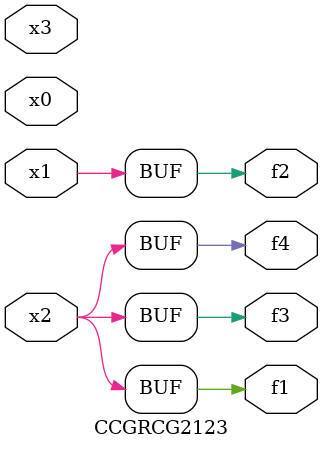
<source format=v>
module CCGRCG2123(
	input x0, x1, x2, x3,
	output f1, f2, f3, f4
);
	assign f1 = x2;
	assign f2 = x1;
	assign f3 = x2;
	assign f4 = x2;
endmodule

</source>
